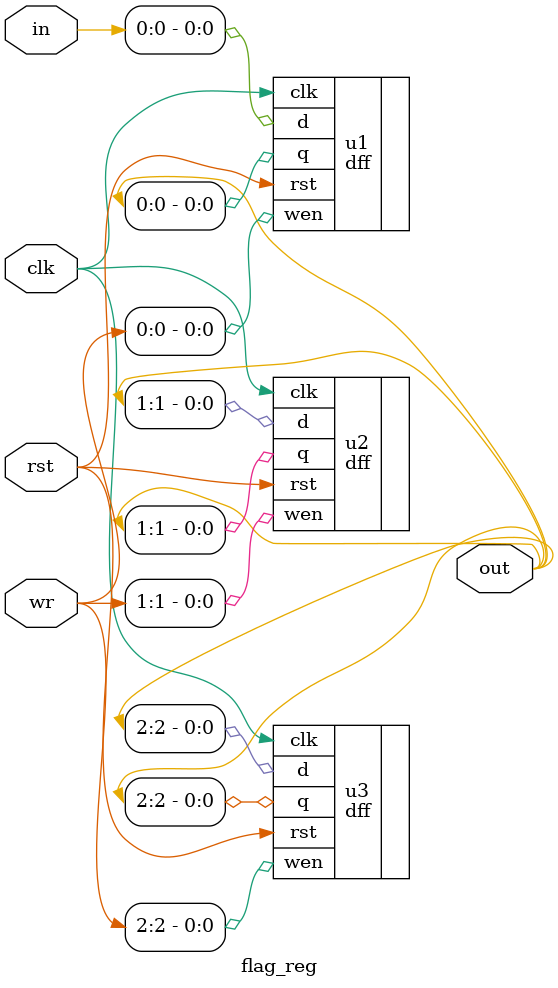
<source format=v>
module flag_reg(
    input clk, 
    input rst, 
    input [2:0] wr,
    input [2:0] in, 
    output [2:0] out
);

dff u1(.q(out[0]), .d(in[0]), .wen(wr[0]), .clk(clk), .rst(rst));
dff u2(.q(out[1]), .d(out[1]), .wen(wr[1]), .clk(clk), .rst(rst));
dff u3(.q(out[2]), .d(out[2]), .wen(wr[2]), .clk(clk), .rst(rst));

endmodule
</source>
